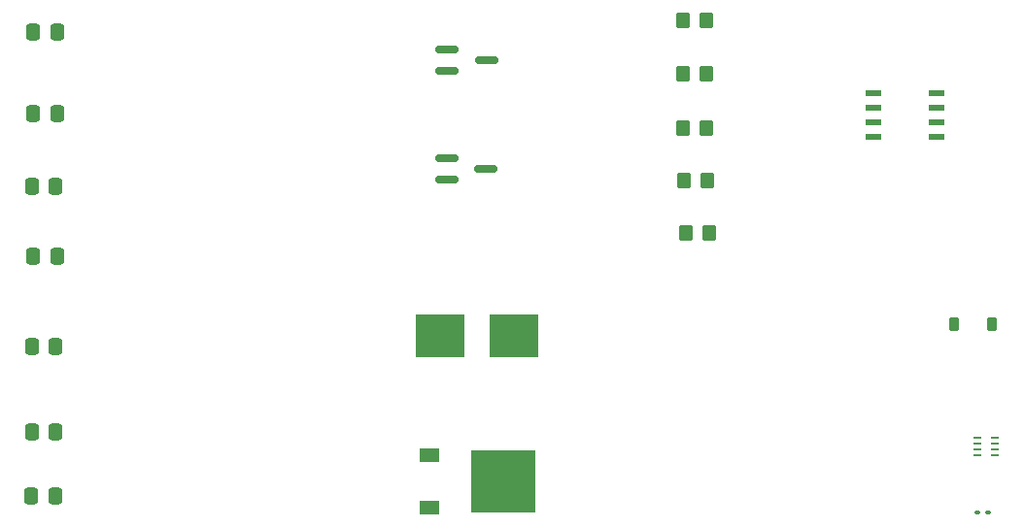
<source format=gbr>
G04 #@! TF.GenerationSoftware,KiCad,Pcbnew,8.0.4*
G04 #@! TF.CreationDate,2024-10-22T20:55:05-05:00*
G04 #@! TF.ProjectId,PCB_split,5043425f-7370-46c6-9974-2e6b69636164,rev?*
G04 #@! TF.SameCoordinates,Original*
G04 #@! TF.FileFunction,Paste,Top*
G04 #@! TF.FilePolarity,Positive*
%FSLAX46Y46*%
G04 Gerber Fmt 4.6, Leading zero omitted, Abs format (unit mm)*
G04 Created by KiCad (PCBNEW 8.0.4) date 2024-10-22 20:55:05*
%MOMM*%
%LPD*%
G01*
G04 APERTURE LIST*
G04 Aperture macros list*
%AMRoundRect*
0 Rectangle with rounded corners*
0 $1 Rounding radius*
0 $2 $3 $4 $5 $6 $7 $8 $9 X,Y pos of 4 corners*
0 Add a 4 corners polygon primitive as box body*
4,1,4,$2,$3,$4,$5,$6,$7,$8,$9,$2,$3,0*
0 Add four circle primitives for the rounded corners*
1,1,$1+$1,$2,$3*
1,1,$1+$1,$4,$5*
1,1,$1+$1,$6,$7*
1,1,$1+$1,$8,$9*
0 Add four rect primitives between the rounded corners*
20,1,$1+$1,$2,$3,$4,$5,0*
20,1,$1+$1,$4,$5,$6,$7,0*
20,1,$1+$1,$6,$7,$8,$9,0*
20,1,$1+$1,$8,$9,$2,$3,0*%
G04 Aperture macros list end*
%ADD10RoundRect,0.250000X-0.337500X-0.475000X0.337500X-0.475000X0.337500X0.475000X-0.337500X0.475000X0*%
%ADD11RoundRect,0.250000X-0.350000X-0.450000X0.350000X-0.450000X0.350000X0.450000X-0.350000X0.450000X0*%
%ADD12R,0.711200X0.228600*%
%ADD13R,1.699999X1.300000*%
%ADD14R,5.699998X5.499999*%
%ADD15R,4.240000X3.810000*%
%ADD16RoundRect,0.162500X-0.837500X-0.162500X0.837500X-0.162500X0.837500X0.162500X-0.837500X0.162500X0*%
%ADD17R,1.460500X0.558800*%
%ADD18RoundRect,0.225000X-0.225000X-0.375000X0.225000X-0.375000X0.225000X0.375000X-0.225000X0.375000X0*%
%ADD19RoundRect,0.090000X-0.139000X-0.090000X0.139000X-0.090000X0.139000X0.090000X-0.139000X0.090000X0*%
G04 APERTURE END LIST*
D10*
G04 #@! TO.C,C5*
X95439500Y-104267000D03*
X97514500Y-104267000D03*
G04 #@! TD*
G04 #@! TO.C,C6*
X95439500Y-111760000D03*
X97514500Y-111760000D03*
G04 #@! TD*
G04 #@! TO.C,C7*
X95377000Y-117348000D03*
X97452000Y-117348000D03*
G04 #@! TD*
G04 #@! TO.C,C4*
X95566500Y-96393000D03*
X97641500Y-96393000D03*
G04 #@! TD*
D11*
G04 #@! TO.C,R2*
X152178000Y-80518000D03*
X154178000Y-80518000D03*
G04 #@! TD*
D10*
G04 #@! TO.C,C1*
X95566500Y-76835000D03*
X97641500Y-76835000D03*
G04 #@! TD*
D12*
G04 #@! TO.C,U2*
X177804376Y-112256811D03*
X177804376Y-112756937D03*
X177804376Y-113257063D03*
X177804376Y-113757189D03*
X179404576Y-113757189D03*
X179404576Y-113257063D03*
X179404576Y-112756937D03*
X179404576Y-112256811D03*
G04 #@! TD*
D13*
G04 #@! TO.C,U1*
X130066001Y-113793001D03*
X130066001Y-118362999D03*
D14*
X136506001Y-116078000D03*
G04 #@! TD*
D15*
G04 #@! TO.C,F1*
X131044000Y-103378000D03*
X137414000Y-103378000D03*
G04 #@! TD*
D11*
G04 #@! TO.C,R5*
X152432000Y-94361000D03*
X154432000Y-94361000D03*
G04 #@! TD*
D16*
G04 #@! TO.C,D2*
X131629150Y-78359000D03*
X131629150Y-80259000D03*
X135049150Y-79309000D03*
G04 #@! TD*
D11*
G04 #@! TO.C,R1*
X152178000Y-75819000D03*
X154178000Y-75819000D03*
G04 #@! TD*
D17*
G04 #@! TO.C,Q1*
X168795700Y-82169000D03*
X168795700Y-83439000D03*
X168795700Y-84709000D03*
X168795700Y-85979000D03*
X174244000Y-85979000D03*
X174244000Y-84709000D03*
X174244000Y-83439000D03*
X174244000Y-82169000D03*
G04 #@! TD*
D18*
G04 #@! TO.C,D1*
X175770000Y-102362000D03*
X179070000Y-102362000D03*
G04 #@! TD*
D10*
G04 #@! TO.C,C3*
X95439500Y-90297000D03*
X97514500Y-90297000D03*
G04 #@! TD*
D16*
G04 #@! TO.C,D3*
X131581000Y-87823000D03*
X131581000Y-89723000D03*
X135001000Y-88773000D03*
G04 #@! TD*
D11*
G04 #@! TO.C,R4*
X152305000Y-89789000D03*
X154305000Y-89789000D03*
G04 #@! TD*
G04 #@! TO.C,R3*
X152178000Y-85217000D03*
X154178000Y-85217000D03*
G04 #@! TD*
D19*
G04 #@! TO.C,L1*
X177875500Y-118745000D03*
X178740500Y-118745000D03*
G04 #@! TD*
D10*
G04 #@! TO.C,C2*
X95566500Y-83947000D03*
X97641500Y-83947000D03*
G04 #@! TD*
M02*

</source>
